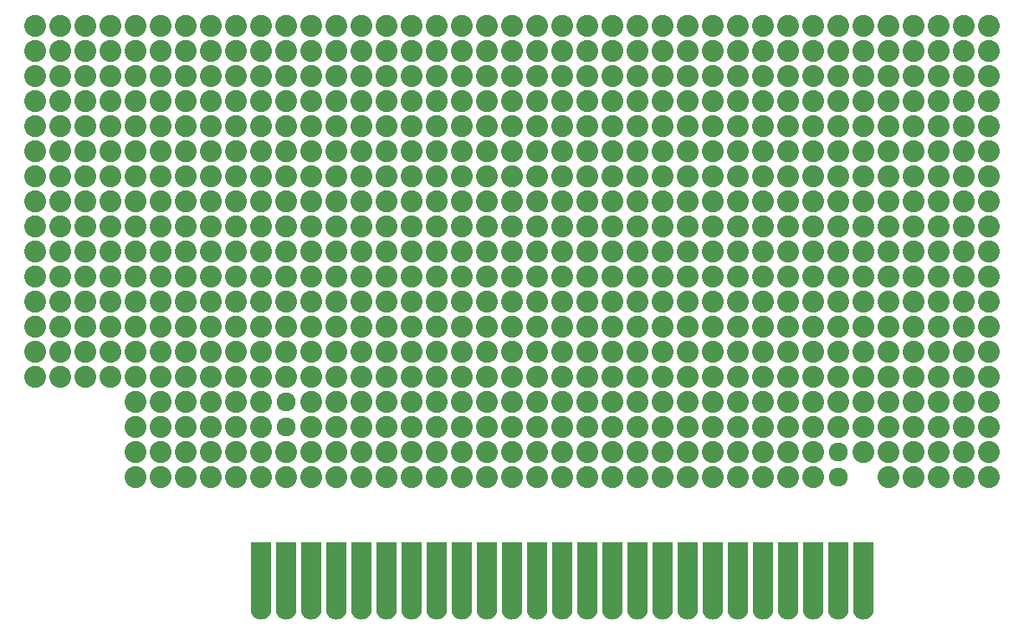
<source format=gbs>
G04 (created by PCBNEW (2013-09-28 BZR 4356)-product) date 12/11/2013 13:19:40*
%MOIN*%
G04 Gerber Fmt 3.4, Leading zero omitted, Abs format*
%FSLAX34Y34*%
G01*
G70*
G90*
G04 APERTURE LIST*
%ADD10C,0.005906*%
%ADD11C,0.087559*%
%ADD12C,0.075748*%
%ADD13O,0.082677X0.297244*%
%ADD14R,0.082677X0.133858*%
G04 APERTURE END LIST*
G54D10*
G54D11*
X32236Y-19000D03*
X30236Y-18000D03*
X32236Y-17000D03*
X31236Y-17000D03*
X30236Y-17000D03*
X30236Y-16000D03*
X31236Y-16000D03*
X32236Y-16000D03*
X33236Y-16000D03*
X34236Y-16000D03*
G54D12*
X11236Y-17000D03*
X11236Y-16000D03*
G54D11*
X11236Y-18000D03*
X12236Y-16000D03*
X12236Y-17000D03*
X12236Y-18000D03*
X10236Y-16000D03*
X10236Y-17000D03*
X10236Y-18000D03*
X13236Y-18000D03*
X13236Y-17000D03*
X13236Y-16000D03*
X14236Y-17000D03*
X14236Y-18000D03*
X14236Y-16000D03*
X26236Y-16000D03*
X25236Y-16000D03*
X29236Y-16000D03*
X29236Y-18000D03*
X29236Y-17000D03*
X28236Y-16000D03*
X27236Y-16000D03*
X28236Y-17000D03*
X27236Y-17000D03*
X28236Y-18000D03*
X27236Y-18000D03*
X26236Y-17000D03*
X25236Y-17000D03*
X26236Y-18000D03*
X25236Y-18000D03*
X16236Y-16000D03*
X15236Y-16000D03*
X19236Y-16000D03*
X19236Y-18000D03*
X19236Y-17000D03*
X18236Y-16000D03*
X17236Y-16000D03*
X18236Y-17000D03*
X17236Y-17000D03*
X18236Y-18000D03*
X17236Y-18000D03*
X16236Y-17000D03*
X15236Y-17000D03*
X16236Y-18000D03*
X15236Y-18000D03*
X21236Y-16000D03*
X20236Y-16000D03*
X24236Y-16000D03*
X24236Y-18000D03*
X24236Y-17000D03*
X23236Y-16000D03*
X22236Y-16000D03*
X23236Y-17000D03*
X22236Y-17000D03*
X23236Y-18000D03*
X22236Y-18000D03*
X21236Y-17000D03*
X20236Y-17000D03*
X21236Y-18000D03*
X20236Y-18000D03*
X6236Y-19000D03*
X7236Y-19000D03*
X8236Y-19000D03*
X9236Y-19000D03*
X8236Y-18000D03*
X9236Y-18000D03*
X8236Y-17000D03*
X9236Y-17000D03*
X6236Y-18000D03*
X7236Y-16000D03*
X6236Y-16000D03*
X6236Y-17000D03*
X7236Y-18000D03*
X7236Y-17000D03*
X9236Y-16000D03*
X8236Y-16000D03*
X5236Y-17000D03*
X5236Y-16000D03*
X5236Y-18000D03*
X5236Y-19000D03*
X5236Y-7000D03*
X5236Y-6000D03*
X3236Y-6000D03*
X4236Y-6000D03*
X2236Y-7000D03*
X2236Y-8000D03*
X1236Y-7000D03*
X1236Y-6000D03*
X2236Y-6000D03*
X1236Y-8000D03*
X5236Y-8000D03*
X5236Y-10000D03*
X5236Y-9000D03*
X4236Y-7000D03*
X3236Y-7000D03*
X4236Y-8000D03*
X3236Y-8000D03*
X4236Y-9000D03*
X3236Y-9000D03*
X4236Y-10000D03*
X3236Y-10000D03*
X2236Y-9000D03*
X1236Y-9000D03*
X2236Y-10000D03*
X1236Y-10000D03*
X1236Y-5000D03*
X2236Y-5000D03*
X1236Y-4000D03*
X2236Y-4000D03*
X3236Y-5000D03*
X4236Y-5000D03*
X3236Y-4000D03*
X4236Y-4000D03*
X3236Y-3000D03*
X4236Y-3000D03*
X3236Y-2000D03*
X4236Y-2000D03*
X5236Y-4000D03*
X5236Y-5000D03*
X5236Y-3000D03*
X1236Y-3000D03*
X2236Y-1000D03*
X1236Y-1000D03*
X1236Y-2000D03*
X2236Y-3000D03*
X2236Y-2000D03*
X4236Y-1000D03*
X3236Y-1000D03*
X5236Y-1000D03*
X5236Y-2000D03*
X1236Y-15000D03*
X2236Y-15000D03*
X1236Y-14000D03*
X2236Y-14000D03*
X3236Y-15000D03*
X4236Y-15000D03*
X3236Y-14000D03*
X4236Y-14000D03*
X3236Y-13000D03*
X4236Y-13000D03*
X3236Y-12000D03*
X4236Y-12000D03*
X5236Y-14000D03*
X5236Y-15000D03*
X5236Y-13000D03*
X1236Y-13000D03*
X2236Y-11000D03*
X1236Y-11000D03*
X1236Y-12000D03*
X2236Y-13000D03*
X2236Y-12000D03*
X4236Y-11000D03*
X3236Y-11000D03*
X5236Y-11000D03*
X5236Y-12000D03*
X8236Y-11000D03*
X9236Y-11000D03*
X7236Y-12000D03*
X7236Y-13000D03*
X6236Y-12000D03*
X6236Y-11000D03*
X7236Y-11000D03*
X6236Y-13000D03*
X9236Y-12000D03*
X8236Y-12000D03*
X9236Y-13000D03*
X8236Y-13000D03*
X9236Y-14000D03*
X8236Y-14000D03*
X9236Y-15000D03*
X8236Y-15000D03*
X7236Y-14000D03*
X6236Y-14000D03*
X7236Y-15000D03*
X6236Y-15000D03*
X8236Y-1000D03*
X9236Y-1000D03*
X7236Y-2000D03*
X7236Y-3000D03*
X6236Y-2000D03*
X6236Y-1000D03*
X7236Y-1000D03*
X6236Y-3000D03*
X9236Y-2000D03*
X8236Y-2000D03*
X9236Y-3000D03*
X8236Y-3000D03*
X9236Y-4000D03*
X8236Y-4000D03*
X9236Y-5000D03*
X8236Y-5000D03*
X7236Y-4000D03*
X6236Y-4000D03*
X7236Y-5000D03*
X6236Y-5000D03*
X6236Y-10000D03*
X7236Y-10000D03*
X6236Y-9000D03*
X7236Y-9000D03*
X8236Y-10000D03*
X9236Y-10000D03*
X8236Y-9000D03*
X9236Y-9000D03*
X8236Y-8000D03*
X9236Y-8000D03*
X8236Y-7000D03*
X9236Y-7000D03*
X6236Y-8000D03*
X7236Y-6000D03*
X6236Y-6000D03*
X6236Y-7000D03*
X7236Y-8000D03*
X7236Y-7000D03*
X9236Y-6000D03*
X8236Y-6000D03*
X20236Y-15000D03*
X21236Y-15000D03*
X20236Y-14000D03*
X21236Y-14000D03*
X22236Y-15000D03*
X23236Y-15000D03*
X22236Y-14000D03*
X23236Y-14000D03*
X22236Y-13000D03*
X23236Y-13000D03*
X22236Y-12000D03*
X23236Y-12000D03*
X24236Y-14000D03*
X24236Y-15000D03*
X24236Y-13000D03*
X20236Y-13000D03*
X21236Y-11000D03*
X20236Y-11000D03*
X20236Y-12000D03*
X21236Y-13000D03*
X21236Y-12000D03*
X23236Y-11000D03*
X22236Y-11000D03*
X24236Y-11000D03*
X24236Y-12000D03*
X19236Y-7000D03*
X19236Y-6000D03*
X17236Y-6000D03*
X18236Y-6000D03*
X16236Y-7000D03*
X16236Y-8000D03*
X15236Y-7000D03*
X15236Y-6000D03*
X16236Y-6000D03*
X15236Y-8000D03*
X19236Y-8000D03*
X19236Y-10000D03*
X19236Y-9000D03*
X18236Y-7000D03*
X17236Y-7000D03*
X18236Y-8000D03*
X17236Y-8000D03*
X18236Y-9000D03*
X17236Y-9000D03*
X18236Y-10000D03*
X17236Y-10000D03*
X16236Y-9000D03*
X15236Y-9000D03*
X16236Y-10000D03*
X15236Y-10000D03*
X20236Y-10000D03*
X21236Y-10000D03*
X20236Y-9000D03*
X21236Y-9000D03*
X22236Y-10000D03*
X23236Y-10000D03*
X22236Y-9000D03*
X23236Y-9000D03*
X22236Y-8000D03*
X23236Y-8000D03*
X22236Y-7000D03*
X23236Y-7000D03*
X24236Y-9000D03*
X24236Y-10000D03*
X24236Y-8000D03*
X20236Y-8000D03*
X21236Y-6000D03*
X20236Y-6000D03*
X20236Y-7000D03*
X21236Y-8000D03*
X21236Y-7000D03*
X23236Y-6000D03*
X22236Y-6000D03*
X24236Y-6000D03*
X24236Y-7000D03*
X24236Y-2000D03*
X24236Y-1000D03*
X22236Y-1000D03*
X23236Y-1000D03*
X21236Y-2000D03*
X21236Y-3000D03*
X20236Y-2000D03*
X20236Y-1000D03*
X21236Y-1000D03*
X20236Y-3000D03*
X24236Y-3000D03*
X24236Y-5000D03*
X24236Y-4000D03*
X23236Y-2000D03*
X22236Y-2000D03*
X23236Y-3000D03*
X22236Y-3000D03*
X23236Y-4000D03*
X22236Y-4000D03*
X23236Y-5000D03*
X22236Y-5000D03*
X21236Y-4000D03*
X20236Y-4000D03*
X21236Y-5000D03*
X20236Y-5000D03*
X15236Y-5000D03*
X16236Y-5000D03*
X15236Y-4000D03*
X16236Y-4000D03*
X17236Y-5000D03*
X18236Y-5000D03*
X17236Y-4000D03*
X18236Y-4000D03*
X17236Y-3000D03*
X18236Y-3000D03*
X17236Y-2000D03*
X18236Y-2000D03*
X19236Y-4000D03*
X19236Y-5000D03*
X19236Y-3000D03*
X15236Y-3000D03*
X16236Y-1000D03*
X15236Y-1000D03*
X15236Y-2000D03*
X16236Y-3000D03*
X16236Y-2000D03*
X18236Y-1000D03*
X17236Y-1000D03*
X19236Y-1000D03*
X19236Y-2000D03*
X15236Y-15000D03*
X16236Y-15000D03*
X15236Y-14000D03*
X16236Y-14000D03*
X17236Y-15000D03*
X18236Y-15000D03*
X17236Y-14000D03*
X18236Y-14000D03*
X17236Y-13000D03*
X18236Y-13000D03*
X17236Y-12000D03*
X18236Y-12000D03*
X19236Y-14000D03*
X19236Y-15000D03*
X19236Y-13000D03*
X15236Y-13000D03*
X16236Y-11000D03*
X15236Y-11000D03*
X15236Y-12000D03*
X16236Y-13000D03*
X16236Y-12000D03*
X18236Y-11000D03*
X17236Y-11000D03*
X19236Y-11000D03*
X19236Y-12000D03*
X14236Y-12000D03*
X14236Y-11000D03*
X12236Y-11000D03*
X13236Y-11000D03*
X11236Y-12000D03*
X11236Y-13000D03*
X10236Y-12000D03*
X10236Y-11000D03*
X11236Y-11000D03*
X10236Y-13000D03*
X14236Y-13000D03*
X14236Y-15000D03*
X14236Y-14000D03*
X13236Y-12000D03*
X12236Y-12000D03*
X13236Y-13000D03*
X12236Y-13000D03*
X13236Y-14000D03*
X12236Y-14000D03*
X13236Y-15000D03*
X12236Y-15000D03*
X11236Y-14000D03*
X10236Y-14000D03*
X11236Y-15000D03*
X10236Y-15000D03*
X14236Y-2000D03*
X14236Y-1000D03*
X12236Y-1000D03*
X13236Y-1000D03*
X11236Y-2000D03*
X11236Y-3000D03*
X10236Y-2000D03*
X10236Y-1000D03*
X11236Y-1000D03*
X10236Y-3000D03*
X14236Y-3000D03*
X14236Y-5000D03*
X14236Y-4000D03*
X13236Y-2000D03*
X12236Y-2000D03*
X13236Y-3000D03*
X12236Y-3000D03*
X13236Y-4000D03*
X12236Y-4000D03*
X13236Y-5000D03*
X12236Y-5000D03*
X11236Y-4000D03*
X10236Y-4000D03*
X11236Y-5000D03*
X10236Y-5000D03*
X10236Y-10000D03*
X11236Y-10000D03*
X10236Y-9000D03*
X11236Y-9000D03*
X12236Y-10000D03*
X13236Y-10000D03*
X12236Y-9000D03*
X13236Y-9000D03*
X12236Y-8000D03*
X13236Y-8000D03*
X12236Y-7000D03*
X13236Y-7000D03*
X14236Y-9000D03*
X14236Y-10000D03*
X14236Y-8000D03*
X10236Y-8000D03*
X11236Y-6000D03*
X10236Y-6000D03*
X10236Y-7000D03*
X11236Y-8000D03*
X11236Y-7000D03*
X13236Y-6000D03*
X12236Y-6000D03*
X14236Y-6000D03*
X14236Y-7000D03*
X29236Y-7000D03*
X29236Y-6000D03*
X27236Y-6000D03*
X28236Y-6000D03*
X26236Y-7000D03*
X26236Y-8000D03*
X25236Y-7000D03*
X25236Y-6000D03*
X26236Y-6000D03*
X25236Y-8000D03*
X29236Y-8000D03*
X29236Y-10000D03*
X29236Y-9000D03*
X28236Y-7000D03*
X27236Y-7000D03*
X28236Y-8000D03*
X27236Y-8000D03*
X28236Y-9000D03*
X27236Y-9000D03*
X28236Y-10000D03*
X27236Y-10000D03*
X26236Y-9000D03*
X25236Y-9000D03*
X26236Y-10000D03*
X25236Y-10000D03*
X25236Y-5000D03*
X26236Y-5000D03*
X25236Y-4000D03*
X26236Y-4000D03*
X27236Y-5000D03*
X28236Y-5000D03*
X27236Y-4000D03*
X28236Y-4000D03*
X27236Y-3000D03*
X28236Y-3000D03*
X27236Y-2000D03*
X28236Y-2000D03*
X29236Y-4000D03*
X29236Y-5000D03*
X29236Y-3000D03*
X25236Y-3000D03*
X26236Y-1000D03*
X25236Y-1000D03*
X25236Y-2000D03*
X26236Y-3000D03*
X26236Y-2000D03*
X28236Y-1000D03*
X27236Y-1000D03*
X29236Y-1000D03*
X29236Y-2000D03*
X25236Y-15000D03*
X26236Y-15000D03*
X25236Y-14000D03*
X26236Y-14000D03*
X27236Y-15000D03*
X28236Y-15000D03*
X27236Y-14000D03*
X28236Y-14000D03*
X27236Y-13000D03*
X28236Y-13000D03*
X27236Y-12000D03*
X28236Y-12000D03*
X29236Y-14000D03*
X29236Y-15000D03*
X29236Y-13000D03*
X25236Y-13000D03*
X26236Y-11000D03*
X25236Y-11000D03*
X25236Y-12000D03*
X26236Y-13000D03*
X26236Y-12000D03*
X28236Y-11000D03*
X27236Y-11000D03*
X29236Y-11000D03*
X29236Y-12000D03*
X34236Y-12000D03*
X34236Y-11000D03*
X32236Y-11000D03*
X33236Y-11000D03*
X31236Y-12000D03*
X31236Y-13000D03*
X30236Y-12000D03*
X30236Y-11000D03*
X31236Y-11000D03*
X30236Y-13000D03*
X34236Y-13000D03*
X34236Y-15000D03*
X34236Y-14000D03*
X33236Y-12000D03*
X32236Y-12000D03*
X33236Y-13000D03*
X32236Y-13000D03*
X33236Y-14000D03*
X32236Y-14000D03*
X33236Y-15000D03*
X32236Y-15000D03*
X31236Y-14000D03*
X30236Y-14000D03*
X31236Y-15000D03*
X30236Y-15000D03*
X34236Y-2000D03*
X34236Y-1000D03*
X32236Y-1000D03*
X33236Y-1000D03*
X31236Y-2000D03*
X31236Y-3000D03*
X30236Y-2000D03*
X30236Y-1000D03*
X31236Y-1000D03*
X30236Y-3000D03*
X34236Y-3000D03*
X34236Y-5000D03*
X34236Y-4000D03*
X33236Y-2000D03*
X32236Y-2000D03*
X33236Y-3000D03*
X32236Y-3000D03*
X33236Y-4000D03*
X32236Y-4000D03*
X33236Y-5000D03*
X32236Y-5000D03*
X31236Y-4000D03*
X30236Y-4000D03*
X31236Y-5000D03*
X30236Y-5000D03*
X35236Y-5000D03*
X36236Y-5000D03*
X35236Y-4000D03*
X36236Y-4000D03*
X37236Y-5000D03*
X38236Y-5000D03*
X37236Y-4000D03*
X38236Y-4000D03*
X37236Y-3000D03*
X38236Y-3000D03*
X37236Y-2000D03*
X38236Y-2000D03*
X39236Y-4000D03*
X39236Y-5000D03*
X39236Y-3000D03*
X35236Y-3000D03*
X36236Y-1000D03*
X35236Y-1000D03*
X35236Y-2000D03*
X36236Y-3000D03*
X36236Y-2000D03*
X38236Y-1000D03*
X37236Y-1000D03*
X39236Y-1000D03*
X39236Y-2000D03*
X39236Y-7000D03*
X39236Y-6000D03*
X37236Y-6000D03*
X38236Y-6000D03*
X36236Y-7000D03*
X36236Y-8000D03*
X35236Y-7000D03*
X35236Y-6000D03*
X36236Y-6000D03*
X35236Y-8000D03*
X39236Y-8000D03*
X39236Y-10000D03*
X39236Y-9000D03*
X38236Y-7000D03*
X37236Y-7000D03*
X38236Y-8000D03*
X37236Y-8000D03*
X38236Y-9000D03*
X37236Y-9000D03*
X38236Y-10000D03*
X37236Y-10000D03*
X36236Y-9000D03*
X35236Y-9000D03*
X36236Y-10000D03*
X35236Y-10000D03*
X30236Y-10000D03*
X31236Y-10000D03*
X30236Y-9000D03*
X31236Y-9000D03*
X32236Y-10000D03*
X33236Y-10000D03*
X32236Y-9000D03*
X33236Y-9000D03*
X32236Y-8000D03*
X33236Y-8000D03*
X32236Y-7000D03*
X33236Y-7000D03*
X34236Y-9000D03*
X34236Y-10000D03*
X34236Y-8000D03*
X30236Y-8000D03*
X31236Y-6000D03*
X30236Y-6000D03*
X30236Y-7000D03*
X31236Y-8000D03*
X31236Y-7000D03*
X33236Y-6000D03*
X32236Y-6000D03*
X34236Y-6000D03*
X34236Y-7000D03*
X39236Y-12000D03*
X39236Y-11000D03*
X37236Y-11000D03*
X38236Y-11000D03*
X36236Y-12000D03*
X36236Y-13000D03*
X35236Y-12000D03*
X35236Y-11000D03*
X36236Y-11000D03*
X35236Y-13000D03*
X39236Y-13000D03*
X39236Y-15000D03*
X39236Y-14000D03*
X38236Y-12000D03*
X37236Y-12000D03*
X38236Y-13000D03*
X37236Y-13000D03*
X38236Y-14000D03*
X37236Y-14000D03*
X38236Y-15000D03*
X37236Y-15000D03*
X36236Y-14000D03*
X35236Y-14000D03*
X36236Y-15000D03*
X35236Y-15000D03*
X39236Y-16000D03*
X38236Y-16000D03*
X32236Y-18000D03*
G54D12*
X33236Y-19000D03*
X33236Y-18000D03*
G54D11*
X10236Y-19000D03*
X11236Y-19000D03*
X12236Y-19000D03*
X13236Y-19000D03*
X14236Y-19000D03*
X15236Y-19000D03*
X16236Y-19000D03*
X17236Y-19000D03*
X18236Y-19000D03*
X19236Y-19000D03*
X20236Y-19000D03*
X21236Y-19000D03*
X22236Y-19000D03*
X23236Y-19000D03*
X24236Y-19000D03*
X25236Y-19000D03*
X26236Y-19000D03*
X27236Y-19000D03*
X28236Y-19000D03*
X29236Y-19000D03*
X30236Y-19000D03*
X31236Y-19000D03*
X31236Y-18000D03*
X35236Y-19000D03*
X36236Y-19000D03*
G54D13*
X34236Y-23196D03*
X33236Y-23196D03*
X32236Y-23196D03*
X31236Y-23196D03*
X30236Y-23196D03*
X29236Y-23196D03*
X28236Y-23196D03*
X27236Y-23196D03*
X26236Y-23196D03*
X25236Y-23196D03*
X24236Y-23196D03*
X23236Y-23196D03*
X22236Y-23196D03*
X21236Y-23196D03*
X10236Y-23196D03*
X20236Y-23196D03*
X19236Y-23196D03*
X18236Y-23196D03*
X17236Y-23196D03*
X16236Y-23196D03*
X15236Y-23196D03*
X14236Y-23196D03*
X13236Y-23196D03*
X11236Y-23196D03*
G54D14*
X13236Y-22251D03*
X11236Y-22251D03*
X10236Y-22251D03*
X34236Y-22251D03*
X33236Y-22251D03*
X32236Y-22251D03*
X31236Y-22251D03*
X30236Y-22251D03*
X29236Y-22251D03*
X28236Y-22251D03*
X27236Y-22251D03*
X26236Y-22251D03*
X25236Y-22251D03*
X24236Y-22251D03*
X23236Y-22251D03*
X22236Y-22251D03*
X21236Y-22251D03*
X20236Y-22251D03*
X19236Y-22251D03*
X18236Y-22251D03*
X17236Y-22251D03*
X16236Y-22251D03*
X15236Y-22251D03*
X14236Y-22251D03*
X12236Y-22251D03*
G54D13*
X12236Y-23196D03*
G54D11*
X35236Y-18000D03*
X36236Y-16000D03*
X37236Y-18000D03*
X38236Y-18000D03*
X39236Y-18000D03*
X39236Y-19000D03*
X38236Y-19000D03*
X37236Y-19000D03*
X34236Y-18000D03*
X33236Y-17000D03*
X34236Y-17000D03*
X35236Y-16000D03*
X35236Y-17000D03*
X37236Y-16000D03*
X36236Y-18000D03*
X37236Y-17000D03*
X36236Y-17000D03*
X38236Y-17000D03*
X39236Y-17000D03*
M02*

</source>
